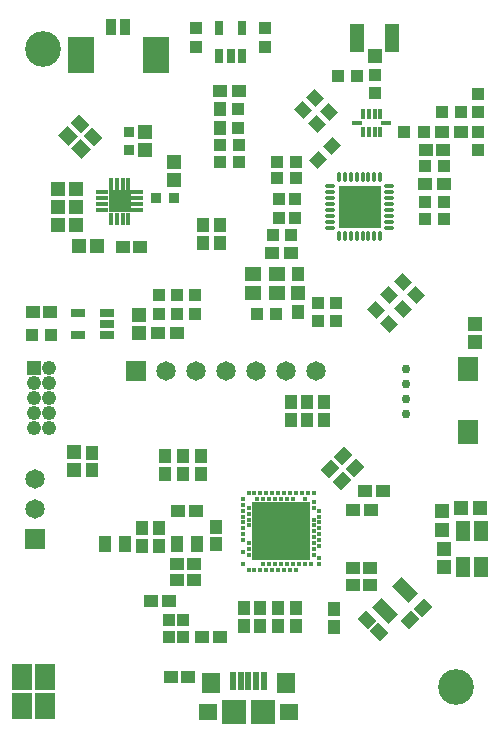
<source format=gts>
G04*
G04 #@! TF.GenerationSoftware,Altium Limited,Altium Designer,18.1.6 (161)*
G04*
G04 Layer_Color=8388736*
%FSLAX25Y25*%
%MOIN*%
G70*
G01*
G75*
%ADD63R,0.04340X0.04537*%
%ADD64R,0.04537X0.04537*%
%ADD65R,0.04734X0.04143*%
%ADD66R,0.06899X0.08474*%
%ADD67R,0.04340X0.04143*%
%ADD68R,0.04537X0.04734*%
%ADD69R,0.04143X0.04734*%
%ADD70R,0.04931X0.06506*%
%ADD71R,0.03750X0.01781*%
%ADD72R,0.01584X0.03750*%
%ADD73R,0.02175X0.05915*%
%ADD74R,0.06112X0.06899*%
%ADD75R,0.06309X0.05718*%
%ADD76R,0.08080X0.08080*%
%ADD77R,0.03750X0.03750*%
G04:AMPARAMS|DCode=78|XSize=41.43mil|YSize=47.34mil|CornerRadius=0mil|HoleSize=0mil|Usage=FLASHONLY|Rotation=315.000|XOffset=0mil|YOffset=0mil|HoleType=Round|Shape=Rectangle|*
%AMROTATEDRECTD78*
4,1,4,-0.03139,-0.00209,0.00209,0.03139,0.03139,0.00209,-0.00209,-0.03139,-0.03139,-0.00209,0.0*
%
%ADD78ROTATEDRECTD78*%

%ADD79R,0.04537X0.04340*%
%ADD80R,0.13986X0.14183*%
%ADD81O,0.03750X0.01387*%
%ADD82O,0.01387X0.03750*%
%ADD83R,0.04734X0.09261*%
%ADD84R,0.04537X0.04537*%
%ADD85R,0.02962X0.04931*%
%ADD86R,0.04143X0.04340*%
%ADD87R,0.04734X0.04537*%
G04:AMPARAMS|DCode=88|XSize=41.43mil|YSize=43.4mil|CornerRadius=0mil|HoleSize=0mil|Usage=FLASHONLY|Rotation=225.000|XOffset=0mil|YOffset=0mil|HoleType=Round|Shape=Rectangle|*
%AMROTATEDRECTD88*
4,1,4,-0.00070,0.02999,0.02999,-0.00070,0.00070,-0.02999,-0.02999,0.00070,-0.00070,0.02999,0.0*
%
%ADD88ROTATEDRECTD88*%

G04:AMPARAMS|DCode=89|XSize=41.43mil|YSize=43.4mil|CornerRadius=0mil|HoleSize=0mil|Usage=FLASHONLY|Rotation=315.000|XOffset=0mil|YOffset=0mil|HoleType=Round|Shape=Rectangle|*
%AMROTATEDRECTD89*
4,1,4,-0.02999,-0.00070,0.00070,0.02999,0.02999,0.00070,-0.00070,-0.02999,-0.02999,-0.00070,0.0*
%
%ADD89ROTATEDRECTD89*%

%ADD90R,0.04261X0.05521*%
%ADD91R,0.03947X0.04340*%
G04:AMPARAMS|DCode=92|XSize=45.37mil|YSize=76.87mil|CornerRadius=0mil|HoleSize=0mil|Usage=FLASHONLY|Rotation=45.000|XOffset=0mil|YOffset=0mil|HoleType=Round|Shape=Rectangle|*
%AMROTATEDRECTD92*
4,1,4,0.01114,-0.04322,-0.04322,0.01114,-0.01114,0.04322,0.04322,-0.01114,0.01114,-0.04322,0.0*
%
%ADD92ROTATEDRECTD92*%

G04:AMPARAMS|DCode=93|XSize=41.43mil|YSize=47.34mil|CornerRadius=0mil|HoleSize=0mil|Usage=FLASHONLY|Rotation=225.000|XOffset=0mil|YOffset=0mil|HoleType=Round|Shape=Rectangle|*
%AMROTATEDRECTD93*
4,1,4,-0.00209,0.03139,0.03139,-0.00209,0.00209,-0.03139,-0.03139,0.00209,-0.00209,0.03139,0.0*
%
%ADD93ROTATEDRECTD93*%

%ADD94R,0.05718X0.04931*%
%ADD95R,0.03750X0.05718*%
%ADD96R,0.08868X0.12411*%
G04:AMPARAMS|DCode=97|XSize=45.37mil|YSize=47.34mil|CornerRadius=0mil|HoleSize=0mil|Usage=FLASHONLY|Rotation=225.000|XOffset=0mil|YOffset=0mil|HoleType=Round|Shape=Rectangle|*
%AMROTATEDRECTD97*
4,1,4,-0.00070,0.03278,0.03278,-0.00070,0.00070,-0.03278,-0.03278,0.00070,-0.00070,0.03278,0.0*
%
%ADD97ROTATEDRECTD97*%

%ADD98R,0.03750X0.03750*%
%ADD99R,0.06663X0.08632*%
%ADD100R,0.04183X0.04380*%
%ADD101R,0.19488X0.19488*%
%ADD102C,0.01476*%
%ADD103R,0.04931X0.02962*%
%ADD104R,0.01387X0.03947*%
%ADD105R,0.03947X0.01387*%
%ADD106R,0.07214X0.07214*%
%ADD107C,0.04800*%
%ADD108R,0.04800X0.04800*%
%ADD109R,0.06506X0.06506*%
%ADD110C,0.06506*%
%ADD111R,0.06506X0.06506*%
%ADD112C,0.03000*%
%ADD113C,0.11900*%
%ADD114C,0.02568*%
D63*
X106550Y159299D02*
D03*
X106550Y146701D02*
D03*
X80550Y208000D02*
D03*
X80550Y214300D02*
D03*
D64*
X106550Y153000D02*
D03*
D65*
X155003Y200650D02*
D03*
X149097D02*
D03*
X130622Y61231D02*
D03*
X124717D02*
D03*
X130830Y80524D02*
D03*
X124924D02*
D03*
X134829Y87024D02*
D03*
X128924D02*
D03*
X64047Y25000D02*
D03*
X69953D02*
D03*
X66597Y80150D02*
D03*
X72503D02*
D03*
X72003Y57150D02*
D03*
X66097D02*
D03*
X63503Y50150D02*
D03*
X57597D02*
D03*
X74597Y38150D02*
D03*
X80503D02*
D03*
X130622Y55574D02*
D03*
X124717D02*
D03*
X72003Y62650D02*
D03*
X66097D02*
D03*
X54003Y168150D02*
D03*
X48097D02*
D03*
X23953Y146500D02*
D03*
X18047D02*
D03*
D66*
X163050Y127780D02*
D03*
Y106520D02*
D03*
D67*
X99220Y146130D02*
D03*
X92921D02*
D03*
X99400Y191150D02*
D03*
X105700D02*
D03*
X104349Y172150D02*
D03*
X98050D02*
D03*
X148900Y183150D02*
D03*
X155200D02*
D03*
X148900Y177650D02*
D03*
X155200D02*
D03*
X148900Y195150D02*
D03*
X155200D02*
D03*
X160700Y213150D02*
D03*
X154400D02*
D03*
X119900Y225150D02*
D03*
X126200D02*
D03*
X99400Y196650D02*
D03*
X105700D02*
D03*
X86700D02*
D03*
X80400Y196650D02*
D03*
X86700Y202150D02*
D03*
X80400Y202150D02*
D03*
X17850Y139000D02*
D03*
X24150D02*
D03*
D68*
X32000Y93949D02*
D03*
Y100051D02*
D03*
X155050Y61599D02*
D03*
Y67701D02*
D03*
X154550Y80201D02*
D03*
Y74099D02*
D03*
X165550Y136599D02*
D03*
Y142701D02*
D03*
X65050Y196701D02*
D03*
Y190599D02*
D03*
X55550Y200497D02*
D03*
Y206599D02*
D03*
X53550Y139599D02*
D03*
Y145701D02*
D03*
D69*
X37950Y93897D02*
D03*
Y99803D02*
D03*
X80439Y175628D02*
D03*
Y169722D02*
D03*
X74964Y175689D02*
D03*
X74964Y169783D02*
D03*
X74050Y92697D02*
D03*
X74050Y98603D02*
D03*
X68050Y92697D02*
D03*
Y98603D02*
D03*
X62050Y92697D02*
D03*
Y98603D02*
D03*
X79050Y75103D02*
D03*
Y69197D02*
D03*
X118377Y41721D02*
D03*
Y47627D02*
D03*
X105877Y42071D02*
D03*
Y47977D02*
D03*
X99877Y42071D02*
D03*
Y47977D02*
D03*
X93877Y42071D02*
D03*
Y47977D02*
D03*
X88377Y42071D02*
D03*
Y47977D02*
D03*
X115050Y116603D02*
D03*
Y110697D02*
D03*
X109550Y116603D02*
D03*
Y110697D02*
D03*
X104050Y116603D02*
D03*
Y110697D02*
D03*
X60050Y74603D02*
D03*
Y68697D02*
D03*
X54550Y74603D02*
D03*
Y68697D02*
D03*
D70*
X161597Y73555D02*
D03*
X167503Y73555D02*
D03*
Y61744D02*
D03*
X161597D02*
D03*
D71*
X135971Y209650D02*
D03*
X126129D02*
D03*
D72*
X134003Y212800D02*
D03*
X132034D02*
D03*
X130066D02*
D03*
X128097D02*
D03*
X134003Y206500D02*
D03*
X132034D02*
D03*
X130066D02*
D03*
X128097D02*
D03*
D73*
X95118Y23766D02*
D03*
X92559D02*
D03*
X90000D02*
D03*
X87441D02*
D03*
X84882D02*
D03*
D74*
X102598Y22880D02*
D03*
X77402D02*
D03*
D75*
X76516Y13234D02*
D03*
X103484D02*
D03*
D76*
X85276D02*
D03*
X94724D02*
D03*
D77*
X50050Y206548D02*
D03*
X50050Y200642D02*
D03*
D78*
X121465Y98612D02*
D03*
X117289Y94436D02*
D03*
X125465Y94612D02*
D03*
X121289Y90436D02*
D03*
X143912Y43912D02*
D03*
X148088Y48088D02*
D03*
D79*
X97900Y166150D02*
D03*
X104200D02*
D03*
X155200Y189150D02*
D03*
X148900D02*
D03*
X160700Y206650D02*
D03*
X154400D02*
D03*
X86700Y220150D02*
D03*
X80400D02*
D03*
X66200Y139650D02*
D03*
X59900D02*
D03*
D80*
X127050Y181650D02*
D03*
D81*
X117208Y174760D02*
D03*
Y176729D02*
D03*
Y178697D02*
D03*
Y180666D02*
D03*
Y182634D02*
D03*
Y184603D02*
D03*
Y186571D02*
D03*
Y188540D02*
D03*
X136892D02*
D03*
Y186571D02*
D03*
Y184603D02*
D03*
Y182634D02*
D03*
Y180666D02*
D03*
Y178697D02*
D03*
Y176729D02*
D03*
Y174760D02*
D03*
D82*
X120160Y191492D02*
D03*
X122129D02*
D03*
X124097D02*
D03*
X126066D02*
D03*
X128034D02*
D03*
X130003D02*
D03*
X131971D02*
D03*
X133940D02*
D03*
Y171808D02*
D03*
X131971D02*
D03*
X130003D02*
D03*
X128034D02*
D03*
X126066D02*
D03*
X124097D02*
D03*
X122129D02*
D03*
X120160D02*
D03*
D83*
X137861Y238000D02*
D03*
X126247D02*
D03*
D84*
X132054Y232095D02*
D03*
D85*
X80310Y231926D02*
D03*
X84050Y231926D02*
D03*
X87790D02*
D03*
Y241374D02*
D03*
X80310D02*
D03*
D86*
X72550Y235000D02*
D03*
Y241300D02*
D03*
X113050Y143500D02*
D03*
Y149800D02*
D03*
X119050Y143500D02*
D03*
Y149800D02*
D03*
X100050Y184300D02*
D03*
Y178000D02*
D03*
X105550Y184300D02*
D03*
Y178000D02*
D03*
X166550Y200500D02*
D03*
Y206800D02*
D03*
X166550Y219449D02*
D03*
X166550Y213150D02*
D03*
X86550Y208000D02*
D03*
Y214300D02*
D03*
X132050Y219500D02*
D03*
Y225800D02*
D03*
X60050Y152300D02*
D03*
Y146000D02*
D03*
X66050Y152300D02*
D03*
Y146000D02*
D03*
X72050Y152300D02*
D03*
Y146000D02*
D03*
X95550Y241300D02*
D03*
Y235000D02*
D03*
D87*
X160999Y81150D02*
D03*
X167101D02*
D03*
X32652Y175548D02*
D03*
X26550D02*
D03*
X32601Y181650D02*
D03*
X26499D02*
D03*
X32601Y187650D02*
D03*
X26499D02*
D03*
X39601Y168650D02*
D03*
X33499D02*
D03*
D88*
X136925Y142722D02*
D03*
X132470Y147177D02*
D03*
X145924Y152223D02*
D03*
X141470Y156677D02*
D03*
X116777Y213423D02*
D03*
X112323Y217877D02*
D03*
X108323Y213877D02*
D03*
X112777Y209423D02*
D03*
X141425Y147722D02*
D03*
X136970Y152177D02*
D03*
D89*
X117777Y201877D02*
D03*
X113323Y197423D02*
D03*
D90*
X66164Y69150D02*
D03*
X72936D02*
D03*
X48936D02*
D03*
X42164D02*
D03*
D91*
X68141Y38170D02*
D03*
X63613Y38170D02*
D03*
Y43878D02*
D03*
X68141D02*
D03*
D92*
X142357Y54004D02*
D03*
X135397Y47044D02*
D03*
D93*
X133588Y39912D02*
D03*
X129412Y44088D02*
D03*
X33962Y209238D02*
D03*
X38138Y205062D02*
D03*
D94*
X91416Y152902D02*
D03*
X99684D02*
D03*
Y159398D02*
D03*
X91416D02*
D03*
D95*
X44089Y241796D02*
D03*
X49011Y241796D02*
D03*
D96*
X59050Y232150D02*
D03*
X34050Y232150D02*
D03*
D97*
X29893Y205308D02*
D03*
X34207Y200992D02*
D03*
D98*
X65050Y184548D02*
D03*
X59145D02*
D03*
D99*
X14500Y25000D02*
D03*
X22098Y25000D02*
D03*
X14500Y15394D02*
D03*
X22098D02*
D03*
D100*
X148377Y206650D02*
D03*
X141723D02*
D03*
D101*
X100877Y73524D02*
D03*
D102*
X90050Y86319D02*
D03*
X92019D02*
D03*
X93987D02*
D03*
X95955D02*
D03*
X97924D02*
D03*
X99892D02*
D03*
X101861D02*
D03*
X103830D02*
D03*
X105798D02*
D03*
X111704D02*
D03*
X88082Y84351D02*
D03*
X93003D02*
D03*
X94971D02*
D03*
X96940D02*
D03*
X98908D02*
D03*
X100877D02*
D03*
X102845D02*
D03*
X104814D02*
D03*
X108751D02*
D03*
X111704Y83367D02*
D03*
X88082Y82382D02*
D03*
X90050Y81398D02*
D03*
X111704D02*
D03*
X88082Y80414D02*
D03*
X113672D02*
D03*
X90050Y79430D02*
D03*
X88082Y78445D02*
D03*
X113672D02*
D03*
X90050Y77461D02*
D03*
X111704D02*
D03*
X88082Y76477D02*
D03*
X113672D02*
D03*
X90050Y75493D02*
D03*
X111704D02*
D03*
X88082Y74508D02*
D03*
X113672D02*
D03*
X111704Y73524D02*
D03*
X88082Y72540D02*
D03*
X113672D02*
D03*
X111704Y71556D02*
D03*
X88082Y70571D02*
D03*
X113672D02*
D03*
X90050Y69587D02*
D03*
X111704D02*
D03*
X113672Y68603D02*
D03*
X90050Y67619D02*
D03*
X111704D02*
D03*
X88082Y66634D02*
D03*
X111704Y65650D02*
D03*
X113672Y64666D02*
D03*
X90050Y65650D02*
D03*
X88082Y62697D02*
D03*
X94971D02*
D03*
X96940D02*
D03*
X98908D02*
D03*
X100877D02*
D03*
X102845D02*
D03*
X104814D02*
D03*
X106782D02*
D03*
X108751D02*
D03*
X110719D02*
D03*
X113672D02*
D03*
X90050Y60729D02*
D03*
X93987D02*
D03*
X95955D02*
D03*
X97924D02*
D03*
X99892D02*
D03*
X101861D02*
D03*
X103830D02*
D03*
X105798D02*
D03*
X92019D02*
D03*
X109735Y86319D02*
D03*
X107766D02*
D03*
D103*
X42774Y138910D02*
D03*
Y142650D02*
D03*
Y146390D02*
D03*
X33326D02*
D03*
Y138910D02*
D03*
D104*
X44097Y177780D02*
D03*
X46066D02*
D03*
X48034D02*
D03*
X50003D02*
D03*
Y189315D02*
D03*
X48034D02*
D03*
X46066D02*
D03*
X44097D02*
D03*
D105*
X52818Y180595D02*
D03*
Y182563D02*
D03*
Y184532D02*
D03*
Y186500D02*
D03*
X41282D02*
D03*
Y184532D02*
D03*
Y182563D02*
D03*
Y180595D02*
D03*
D106*
X47050Y183548D02*
D03*
D107*
X23500Y128000D02*
D03*
X18500Y108000D02*
D03*
X18500Y113000D02*
D03*
Y118000D02*
D03*
X18500Y123000D02*
D03*
X23500Y108000D02*
D03*
X23500Y113000D02*
D03*
X23500Y118000D02*
D03*
Y123000D02*
D03*
D108*
X18500Y128000D02*
D03*
D109*
X19000Y71000D02*
D03*
D110*
Y81000D02*
D03*
Y91000D02*
D03*
X72500Y127000D02*
D03*
X62500D02*
D03*
X82500D02*
D03*
X92500D02*
D03*
X102500D02*
D03*
X112500D02*
D03*
D111*
X52500D02*
D03*
D112*
X142550Y112500D02*
D03*
X142500Y117500D02*
D03*
X142550Y122500D02*
D03*
X142500Y127500D02*
D03*
X107963Y71162D02*
D03*
X98515D02*
D03*
X93790D02*
D03*
X107963Y80611D02*
D03*
X98515D02*
D03*
X107963Y75886D02*
D03*
X98515D02*
D03*
X107963Y66437D02*
D03*
X98515D02*
D03*
X93790Y80611D02*
D03*
Y75886D02*
D03*
Y66437D02*
D03*
X103239Y71162D02*
D03*
Y80611D02*
D03*
Y66437D02*
D03*
Y75886D02*
D03*
D113*
X21550Y234150D02*
D03*
X159050Y21650D02*
D03*
D114*
X131381Y185981D02*
D03*
Y181650D02*
D03*
Y177319D02*
D03*
X127050Y185981D02*
D03*
Y181650D02*
D03*
Y177319D02*
D03*
X122719Y185981D02*
D03*
Y181650D02*
D03*
Y177319D02*
D03*
X47050Y183548D02*
D03*
M02*

</source>
